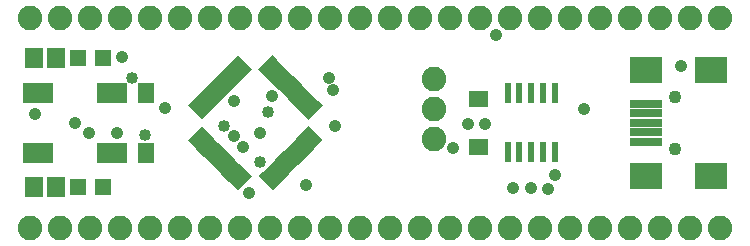
<source format=gbr>
G04 EAGLE Gerber RS-274X export*
G75*
%MOMM*%
%FSLAX34Y34*%
%LPD*%
%INSoldermask Top*%
%IPPOS*%
%AMOC8*
5,1,8,0,0,1.08239X$1,22.5*%
G01*
%ADD10R,1.678200X0.503200*%
%ADD11R,2.703200X0.703200*%
%ADD12R,2.703200X2.203200*%
%ADD13C,1.103200*%
%ADD14R,0.838200X1.473200*%
%ADD15C,2.082800*%
%ADD16R,1.473200X0.838200*%
%ADD17R,1.403200X1.403200*%
%ADD18R,1.503200X1.703200*%
%ADD19R,2.503200X1.803200*%
%ADD20R,0.603200X1.703197*%
%ADD21C,1.061200*%
%ADD22C,1.011200*%


D10*
G36*
X257601Y120668D02*
X269467Y132534D01*
X273025Y128976D01*
X261159Y117110D01*
X257601Y120668D01*
G37*
G36*
X254065Y124203D02*
X265931Y136069D01*
X269489Y132511D01*
X257623Y120645D01*
X254065Y124203D01*
G37*
G36*
X250530Y127739D02*
X262396Y139605D01*
X265954Y136047D01*
X254088Y124181D01*
X250530Y127739D01*
G37*
G36*
X246994Y131274D02*
X258860Y143140D01*
X262418Y139582D01*
X250552Y127716D01*
X246994Y131274D01*
G37*
G36*
X243458Y134810D02*
X255324Y146676D01*
X258882Y143118D01*
X247016Y131252D01*
X243458Y134810D01*
G37*
G36*
X239923Y138345D02*
X251789Y150211D01*
X255347Y146653D01*
X243481Y134787D01*
X239923Y138345D01*
G37*
G36*
X236387Y141881D02*
X248253Y153747D01*
X251811Y150189D01*
X239945Y138323D01*
X236387Y141881D01*
G37*
G36*
X232852Y145416D02*
X244718Y157282D01*
X248276Y153724D01*
X236410Y141858D01*
X232852Y145416D01*
G37*
G36*
X229316Y148952D02*
X241182Y160818D01*
X244740Y157260D01*
X232874Y145394D01*
X229316Y148952D01*
G37*
G36*
X225781Y152488D02*
X237647Y164354D01*
X241205Y160796D01*
X229339Y148930D01*
X225781Y152488D01*
G37*
G36*
X222245Y156023D02*
X234111Y167889D01*
X237669Y164331D01*
X225803Y152465D01*
X222245Y156023D01*
G37*
G36*
X218710Y159559D02*
X230576Y171425D01*
X234134Y167867D01*
X222268Y156001D01*
X218710Y159559D01*
G37*
G36*
X209532Y156001D02*
X197666Y167867D01*
X201224Y171425D01*
X213090Y159559D01*
X209532Y156001D01*
G37*
G36*
X205997Y152465D02*
X194131Y164331D01*
X197689Y167889D01*
X209555Y156023D01*
X205997Y152465D01*
G37*
G36*
X202461Y148930D02*
X190595Y160796D01*
X194153Y164354D01*
X206019Y152488D01*
X202461Y148930D01*
G37*
G36*
X198926Y145394D02*
X187060Y157260D01*
X190618Y160818D01*
X202484Y148952D01*
X198926Y145394D01*
G37*
G36*
X195390Y141858D02*
X183524Y153724D01*
X187082Y157282D01*
X198948Y145416D01*
X195390Y141858D01*
G37*
G36*
X191855Y138323D02*
X179989Y150189D01*
X183547Y153747D01*
X195413Y141881D01*
X191855Y138323D01*
G37*
G36*
X188319Y134787D02*
X176453Y146653D01*
X180011Y150211D01*
X191877Y138345D01*
X188319Y134787D01*
G37*
G36*
X184784Y131252D02*
X172918Y143118D01*
X176476Y146676D01*
X188342Y134810D01*
X184784Y131252D01*
G37*
G36*
X181248Y127716D02*
X169382Y139582D01*
X172940Y143140D01*
X184806Y131274D01*
X181248Y127716D01*
G37*
G36*
X177712Y124181D02*
X165846Y136047D01*
X169404Y139605D01*
X181270Y127739D01*
X177712Y124181D01*
G37*
G36*
X174177Y120645D02*
X162311Y132511D01*
X165869Y136069D01*
X177735Y124203D01*
X174177Y120645D01*
G37*
G36*
X170641Y117110D02*
X158775Y128976D01*
X162333Y132534D01*
X174199Y120668D01*
X170641Y117110D01*
G37*
G36*
X158775Y99624D02*
X170641Y111490D01*
X174199Y107932D01*
X162333Y96066D01*
X158775Y99624D01*
G37*
G36*
X162311Y96089D02*
X174177Y107955D01*
X177735Y104397D01*
X165869Y92531D01*
X162311Y96089D01*
G37*
G36*
X165846Y92553D02*
X177712Y104419D01*
X181270Y100861D01*
X169404Y88995D01*
X165846Y92553D01*
G37*
G36*
X169382Y89018D02*
X181248Y100884D01*
X184806Y97326D01*
X172940Y85460D01*
X169382Y89018D01*
G37*
G36*
X172918Y85482D02*
X184784Y97348D01*
X188342Y93790D01*
X176476Y81924D01*
X172918Y85482D01*
G37*
G36*
X176453Y81947D02*
X188319Y93813D01*
X191877Y90255D01*
X180011Y78389D01*
X176453Y81947D01*
G37*
G36*
X179989Y78411D02*
X191855Y90277D01*
X195413Y86719D01*
X183547Y74853D01*
X179989Y78411D01*
G37*
G36*
X183524Y74876D02*
X195390Y86742D01*
X198948Y83184D01*
X187082Y71318D01*
X183524Y74876D01*
G37*
G36*
X187060Y71340D02*
X198926Y83206D01*
X202484Y79648D01*
X190618Y67782D01*
X187060Y71340D01*
G37*
G36*
X190595Y67804D02*
X202461Y79670D01*
X206019Y76112D01*
X194153Y64246D01*
X190595Y67804D01*
G37*
G36*
X194131Y64269D02*
X205997Y76135D01*
X209555Y72577D01*
X197689Y60711D01*
X194131Y64269D01*
G37*
G36*
X197666Y60733D02*
X209532Y72599D01*
X213090Y69041D01*
X201224Y57175D01*
X197666Y60733D01*
G37*
G36*
X230576Y57175D02*
X218710Y69041D01*
X222268Y72599D01*
X234134Y60733D01*
X230576Y57175D01*
G37*
G36*
X234111Y60711D02*
X222245Y72577D01*
X225803Y76135D01*
X237669Y64269D01*
X234111Y60711D01*
G37*
G36*
X237647Y64246D02*
X225781Y76112D01*
X229339Y79670D01*
X241205Y67804D01*
X237647Y64246D01*
G37*
G36*
X241182Y67782D02*
X229316Y79648D01*
X232874Y83206D01*
X244740Y71340D01*
X241182Y67782D01*
G37*
G36*
X244718Y71318D02*
X232852Y83184D01*
X236410Y86742D01*
X248276Y74876D01*
X244718Y71318D01*
G37*
G36*
X248253Y74853D02*
X236387Y86719D01*
X239945Y90277D01*
X251811Y78411D01*
X248253Y74853D01*
G37*
G36*
X251789Y78389D02*
X239923Y90255D01*
X243481Y93813D01*
X255347Y81947D01*
X251789Y78389D01*
G37*
G36*
X255324Y81924D02*
X243458Y93790D01*
X247016Y97348D01*
X258882Y85482D01*
X255324Y81924D01*
G37*
G36*
X258860Y85460D02*
X246994Y97326D01*
X250552Y100884D01*
X262418Y89018D01*
X258860Y85460D01*
G37*
G36*
X262396Y88995D02*
X250530Y100861D01*
X254088Y104419D01*
X265954Y92553D01*
X262396Y88995D01*
G37*
G36*
X265931Y92531D02*
X254065Y104397D01*
X257623Y107955D01*
X269489Y96089D01*
X265931Y92531D01*
G37*
G36*
X269467Y96066D02*
X257601Y107932D01*
X261159Y111490D01*
X273025Y99624D01*
X269467Y96066D01*
G37*
D11*
X546500Y114300D03*
X546500Y106300D03*
X546500Y130300D03*
X546500Y122300D03*
D12*
X601500Y159300D03*
X601500Y69300D03*
X546500Y159300D03*
X546500Y69300D03*
D11*
X546500Y98300D03*
D13*
X571500Y92300D03*
X571500Y136300D03*
D14*
X409194Y134620D03*
X401066Y134620D03*
X409194Y93980D03*
X401066Y93980D03*
D15*
X367030Y151130D03*
X367030Y125730D03*
X367030Y100330D03*
D16*
X123190Y135636D03*
X123190Y143764D03*
X123190Y84836D03*
X123190Y92964D03*
D17*
X86700Y168910D03*
X65700Y168910D03*
X86700Y59690D03*
X65700Y59690D03*
D18*
X47600Y168910D03*
X28600Y168910D03*
X47600Y59690D03*
X28600Y59690D03*
D19*
X32000Y88900D03*
X95000Y88900D03*
X32000Y139700D03*
X95000Y139700D03*
D20*
X469580Y139301D03*
X449260Y139301D03*
X459580Y139301D03*
X439580Y139301D03*
X429580Y139301D03*
X429580Y89299D03*
X439580Y89299D03*
X449260Y89299D03*
X459580Y89299D03*
X469580Y89299D03*
D15*
X50800Y203200D03*
X76200Y203200D03*
X101600Y203200D03*
X127000Y203200D03*
X152400Y203200D03*
X177800Y203200D03*
X203200Y203200D03*
X228600Y203200D03*
X254000Y203200D03*
X279400Y203200D03*
X304800Y203200D03*
X330200Y203200D03*
X355600Y203200D03*
X381000Y203200D03*
X406400Y203200D03*
X431800Y203200D03*
X457200Y203200D03*
X482600Y203200D03*
X508000Y203200D03*
X533400Y203200D03*
X558800Y203200D03*
X584200Y203200D03*
X609600Y203200D03*
X25400Y203200D03*
X584200Y25400D03*
X558800Y25400D03*
X533400Y25400D03*
X508000Y25400D03*
X482600Y25400D03*
X457200Y25400D03*
X431800Y25400D03*
X406400Y25400D03*
X381000Y25400D03*
X355600Y25400D03*
X330200Y25400D03*
X304800Y25400D03*
X279400Y25400D03*
X254000Y25400D03*
X228600Y25400D03*
X203200Y25400D03*
X177800Y25400D03*
X152400Y25400D03*
X127000Y25400D03*
X101600Y25400D03*
X76200Y25400D03*
X50800Y25400D03*
X25400Y25400D03*
X609600Y25400D03*
D21*
X494030Y125730D03*
D22*
X226568Y123825D03*
D21*
X419710Y188570D03*
X102870Y170180D03*
X63500Y114300D03*
X469900Y69850D03*
X576580Y162560D03*
X75565Y106045D03*
D22*
X111506Y152146D03*
D21*
X278130Y152400D03*
X283210Y111760D03*
X281747Y142047D03*
X29210Y121920D03*
D22*
X122809Y104267D03*
D21*
X99060Y105410D03*
D22*
X189738Y112014D03*
D21*
X463550Y58420D03*
X449580Y58730D03*
X434340Y59040D03*
D22*
X219964Y80772D03*
D21*
X259080Y61496D03*
X210820Y55090D03*
X219710Y105410D03*
X383540Y92710D03*
X205740Y93980D03*
X410210Y113030D03*
X198120Y102870D03*
X396240Y113030D03*
X229870Y137160D03*
X197779Y132421D03*
X139700Y127000D03*
M02*

</source>
